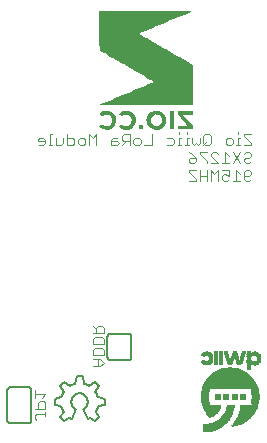
<source format=gbr>
G04 EAGLE Gerber RS-274X export*
G75*
%MOMM*%
%FSLAX34Y34*%
%LPD*%
%INSilkscreen Bottom*%
%IPPOS*%
%AMOC8*
5,1,8,0,0,1.08239X$1,22.5*%
G01*
%ADD10C,0.101600*%
%ADD11C,0.152400*%
%ADD12R,0.120000X0.020000*%
%ADD13R,0.340000X0.020000*%
%ADD14R,0.320000X0.020000*%
%ADD15R,0.140000X0.020000*%
%ADD16R,0.280000X0.020000*%
%ADD17R,0.360000X0.020000*%
%ADD18R,0.420000X0.020000*%
%ADD19R,0.380000X0.020000*%
%ADD20R,0.480000X0.020000*%
%ADD21R,0.540000X0.020000*%
%ADD22R,0.560000X0.020000*%
%ADD23R,0.400000X0.020000*%
%ADD24R,0.640000X0.020000*%
%ADD25R,0.620000X0.020000*%
%ADD26R,0.700000X0.020000*%
%ADD27R,0.660000X0.020000*%
%ADD28R,0.740000X0.020000*%
%ADD29R,1.080000X0.020000*%
%ADD30R,0.800000X0.020000*%
%ADD31R,1.100000X0.020000*%
%ADD32R,0.440000X0.020000*%
%ADD33R,0.840000X0.020000*%
%ADD34R,1.120000X0.020000*%
%ADD35R,0.460000X0.020000*%
%ADD36R,0.860000X0.020000*%
%ADD37R,0.900000X0.020000*%
%ADD38R,1.140000X0.020000*%
%ADD39R,0.920000X0.020000*%
%ADD40R,1.160000X0.020000*%
%ADD41R,0.960000X0.020000*%
%ADD42R,0.500000X0.020000*%
%ADD43R,0.520000X0.020000*%
%ADD44R,0.940000X0.020000*%
%ADD45R,0.260000X0.020000*%
%ADD46R,0.180000X0.020000*%
%ADD47R,0.580000X0.020000*%
%ADD48R,0.060000X0.020000*%
%ADD49R,0.600000X0.020000*%
%ADD50R,0.300000X0.020000*%
%ADD51R,0.040000X0.020000*%
%ADD52R,0.100000X0.020000*%
%ADD53R,0.160000X0.020000*%
%ADD54R,0.220000X0.020000*%
%ADD55R,0.980000X0.020000*%
%ADD56R,0.880000X0.020000*%
%ADD57R,0.760000X0.020000*%
%ADD58R,1.060000X0.020000*%
%ADD59R,0.720000X0.020000*%
%ADD60R,0.820000X0.020000*%
%ADD61R,1.180000X0.020000*%
%ADD62R,1.340000X0.020000*%
%ADD63R,1.460000X0.020000*%
%ADD64R,1.600000X0.020000*%
%ADD65R,1.700000X0.020000*%
%ADD66R,1.820000X0.020000*%
%ADD67R,1.900000X0.020000*%
%ADD68R,1.980000X0.020000*%
%ADD69R,2.100000X0.020000*%
%ADD70R,2.160000X0.020000*%
%ADD71R,2.260000X0.020000*%
%ADD72R,2.340000X0.020000*%
%ADD73R,2.400000X0.020000*%
%ADD74R,2.480000X0.020000*%
%ADD75R,2.540000X0.020000*%
%ADD76R,2.600000X0.020000*%
%ADD77R,2.680000X0.020000*%
%ADD78R,2.720000X0.020000*%
%ADD79R,2.800000X0.020000*%
%ADD80R,2.840000X0.020000*%
%ADD81R,2.900000X0.020000*%
%ADD82R,2.960000X0.020000*%
%ADD83R,3.000000X0.020000*%
%ADD84R,3.060000X0.020000*%
%ADD85R,3.120000X0.020000*%
%ADD86R,3.160000X0.020000*%
%ADD87R,3.200000X0.020000*%
%ADD88R,3.260000X0.020000*%
%ADD89R,3.300000X0.020000*%
%ADD90R,3.340000X0.020000*%
%ADD91R,3.380000X0.020000*%
%ADD92R,3.420000X0.020000*%
%ADD93R,3.460000X0.020000*%
%ADD94R,3.520000X0.020000*%
%ADD95R,3.540000X0.020000*%
%ADD96R,3.580000X0.020000*%
%ADD97R,3.620000X0.020000*%
%ADD98R,3.660000X0.020000*%
%ADD99R,3.700000X0.020000*%
%ADD100R,3.740000X0.020000*%
%ADD101R,3.780000X0.020000*%
%ADD102R,3.800000X0.020000*%
%ADD103R,3.840000X0.020000*%
%ADD104R,3.860000X0.020000*%
%ADD105R,3.900000X0.020000*%
%ADD106R,3.940000X0.020000*%
%ADD107R,3.960000X0.020000*%
%ADD108R,3.980000X0.020000*%
%ADD109R,4.020000X0.020000*%
%ADD110R,4.060000X0.020000*%
%ADD111R,4.080000X0.020000*%
%ADD112R,4.100000X0.020000*%
%ADD113R,4.120000X0.020000*%
%ADD114R,4.160000X0.020000*%
%ADD115R,4.180000X0.020000*%
%ADD116R,4.200000X0.020000*%
%ADD117R,4.240000X0.020000*%
%ADD118R,4.260000X0.020000*%
%ADD119R,4.280000X0.020000*%
%ADD120R,4.300000X0.020000*%
%ADD121R,4.320000X0.020000*%
%ADD122R,4.340000X0.020000*%
%ADD123R,4.380000X0.020000*%
%ADD124R,4.400000X0.020000*%
%ADD125R,4.440000X0.020000*%
%ADD126R,4.460000X0.020000*%
%ADD127R,4.500000X0.020000*%
%ADD128R,4.520000X0.020000*%
%ADD129R,4.540000X0.020000*%
%ADD130R,4.560000X0.020000*%
%ADD131R,4.580000X0.020000*%
%ADD132R,4.600000X0.020000*%
%ADD133R,4.620000X0.020000*%
%ADD134R,4.640000X0.020000*%
%ADD135R,4.660000X0.020000*%
%ADD136R,4.680000X0.020000*%
%ADD137R,4.700000X0.020000*%
%ADD138R,4.720000X0.020000*%
%ADD139R,4.740000X0.020000*%
%ADD140R,0.680000X0.020000*%
%ADD141R,1.480000X0.020000*%
%ADD142R,1.580000X0.020000*%
%ADD143R,1.560000X0.020000*%
%ADD144R,1.540000X0.020000*%
%ADD145R,1.520000X0.020000*%
%ADD146R,1.500000X0.020000*%
%ADD147R,1.440000X0.020000*%
%ADD148R,1.400000X0.020000*%
%ADD149R,1.420000X0.020000*%
%ADD150R,1.380000X0.020000*%
%ADD151R,1.360000X0.020000*%
%ADD152R,1.320000X0.020000*%
%ADD153R,1.300000X0.020000*%
%ADD154R,1.260000X0.020000*%
%ADD155R,1.220000X0.020000*%
%ADD156R,1.200000X0.020000*%
%ADD157R,1.040000X0.020000*%
%ADD158R,1.020000X0.020000*%
%ADD159R,1.000000X0.020000*%
%ADD160R,1.280000X0.020000*%
%ADD161R,0.780000X0.020000*%
%ADD162R,1.240000X0.020000*%
%ADD163R,0.020000X0.020000*%
%ADD164R,1.840000X0.020000*%
%ADD165R,1.800000X0.020000*%
%ADD166R,1.780000X0.020000*%
%ADD167R,1.760000X0.020000*%
%ADD168R,1.740000X0.020000*%
%ADD169R,1.680000X0.020000*%
%ADD170R,1.660000X0.020000*%
%ADD171R,1.620000X0.020000*%

G36*
X171893Y328824D02*
X171893Y328824D01*
X171892Y328824D01*
X171893Y328825D01*
X171890Y331215D01*
X171885Y333602D01*
X171882Y335991D01*
X171877Y338381D01*
X171874Y340768D01*
X171869Y343157D01*
X171866Y345544D01*
X171866Y345547D01*
X171861Y347934D01*
X171858Y350324D01*
X171856Y352711D01*
X171850Y355100D01*
X171848Y357487D01*
X171842Y359877D01*
X171840Y362264D01*
X171835Y362270D01*
X171834Y362274D01*
X169532Y363608D01*
X167230Y364941D01*
X164931Y366275D01*
X160328Y368942D01*
X158029Y370275D01*
X153426Y372942D01*
X151127Y374276D01*
X148825Y375609D01*
X146518Y376948D01*
X144212Y378284D01*
X141907Y379620D01*
X139600Y380959D01*
X137293Y382298D01*
X134989Y383634D01*
X132682Y384973D01*
X130378Y386312D01*
X128071Y387653D01*
X125790Y388986D01*
X128184Y390022D01*
X130609Y391051D01*
X133033Y392078D01*
X135460Y393102D01*
X137887Y394123D01*
X140314Y395145D01*
X142741Y396164D01*
X145170Y397185D01*
X147597Y398201D01*
X149904Y399169D01*
X152208Y400138D01*
X154515Y401103D01*
X156820Y402071D01*
X159127Y403037D01*
X161431Y404005D01*
X163738Y404973D01*
X166042Y405941D01*
X168349Y406909D01*
X170653Y407877D01*
X170654Y407877D01*
X171832Y408379D01*
X171835Y408384D01*
X171839Y408388D01*
X171838Y408390D01*
X171839Y408393D01*
X171832Y408396D01*
X171828Y408402D01*
X166526Y408402D01*
X163875Y408404D01*
X140018Y408404D01*
X137367Y408407D01*
X116165Y408407D01*
X113514Y408410D01*
X92308Y408410D01*
X92297Y408399D01*
X92297Y408398D01*
X92296Y408398D01*
X92299Y406005D01*
X92304Y403610D01*
X92307Y401218D01*
X92312Y398823D01*
X92315Y396431D01*
X92318Y394036D01*
X92323Y391641D01*
X92326Y389249D01*
X92331Y386854D01*
X92334Y384461D01*
X92339Y382066D01*
X92342Y379674D01*
X92347Y377279D01*
X92350Y374884D01*
X92355Y374878D01*
X92356Y374874D01*
X94652Y373546D01*
X96946Y372215D01*
X99242Y370887D01*
X101538Y369556D01*
X103832Y368225D01*
X106128Y366897D01*
X108422Y365566D01*
X110718Y364235D01*
X113014Y362907D01*
X115308Y361576D01*
X122213Y357576D01*
X124514Y356239D01*
X129118Y353572D01*
X131417Y352236D01*
X133718Y350903D01*
X136017Y349564D01*
X138296Y348237D01*
X135872Y347182D01*
X133416Y346140D01*
X130962Y345102D01*
X128506Y344065D01*
X126047Y343030D01*
X123588Y341995D01*
X121129Y340963D01*
X118670Y339931D01*
X116365Y338965D01*
X114058Y337997D01*
X111752Y337029D01*
X109445Y336064D01*
X107140Y335096D01*
X104833Y334127D01*
X102526Y333162D01*
X100222Y332194D01*
X97915Y331226D01*
X95611Y330258D01*
X93931Y329551D01*
X92250Y328844D01*
X92248Y328839D01*
X92243Y328835D01*
X92245Y328833D01*
X92244Y328830D01*
X92250Y328827D01*
X92255Y328821D01*
X97562Y328821D01*
X100216Y328818D01*
X134722Y328818D01*
X137375Y328816D01*
X169227Y328816D01*
X171881Y328813D01*
X171893Y328824D01*
G37*
G36*
X140678Y307672D02*
X140678Y307672D01*
X142067Y307741D01*
X142069Y307743D01*
X142070Y307742D01*
X144255Y308491D01*
X144256Y308493D01*
X144258Y308493D01*
X146157Y309802D01*
X146157Y309804D01*
X146159Y309804D01*
X147615Y311594D01*
X147615Y311596D01*
X147617Y311597D01*
X148489Y313731D01*
X148488Y313733D01*
X148490Y313734D01*
X148671Y315753D01*
X148670Y315754D01*
X148671Y315755D01*
X148442Y317766D01*
X148440Y317768D01*
X148441Y317770D01*
X147414Y320066D01*
X147412Y320067D01*
X147412Y320069D01*
X145756Y321963D01*
X145754Y321963D01*
X145753Y321965D01*
X144222Y322904D01*
X144221Y322904D01*
X144221Y322905D01*
X142551Y323574D01*
X142549Y323573D01*
X142548Y323575D01*
X140678Y323746D01*
X140364Y323775D01*
X140362Y323774D01*
X140361Y323775D01*
X138174Y323583D01*
X138173Y323581D01*
X138171Y323582D01*
X136293Y322817D01*
X136293Y322815D01*
X136291Y322816D01*
X134611Y321685D01*
X134610Y321683D01*
X134609Y321683D01*
X133184Y319994D01*
X133184Y319992D01*
X133182Y319991D01*
X132316Y317962D01*
X132316Y317960D01*
X132315Y317958D01*
X132051Y315764D01*
X132052Y315762D01*
X132051Y315761D01*
X132192Y313948D01*
X132194Y313946D01*
X132193Y313944D01*
X132817Y312238D01*
X132819Y312237D01*
X132818Y312235D01*
X134085Y310315D01*
X134087Y310314D01*
X134087Y310312D01*
X135847Y308835D01*
X135850Y308835D01*
X135850Y308833D01*
X137960Y307910D01*
X137962Y307911D01*
X137963Y307909D01*
X140006Y307637D01*
X140007Y307638D01*
X140008Y307637D01*
X140678Y307672D01*
G37*
G36*
X171893Y307920D02*
X171893Y307920D01*
X171892Y307920D01*
X171893Y307921D01*
X171888Y309228D01*
X171882Y310535D01*
X171879Y310539D01*
X171879Y310543D01*
X170453Y312196D01*
X167599Y315503D01*
X166172Y317157D01*
X163335Y320444D01*
X165371Y320457D01*
X167435Y320471D01*
X169497Y320484D01*
X171561Y320500D01*
X171573Y320511D01*
X171572Y320511D01*
X171573Y320512D01*
X171573Y323494D01*
X171562Y323506D01*
X171562Y323505D01*
X171561Y323506D01*
X158759Y323506D01*
X158748Y323495D01*
X158748Y323494D01*
X158747Y323494D01*
X158747Y320984D01*
X158751Y320980D01*
X158750Y320976D01*
X160188Y319307D01*
X161625Y317637D01*
X163060Y315965D01*
X164498Y314295D01*
X165933Y312626D01*
X167353Y310973D01*
X166716Y310965D01*
X166714Y310965D01*
X165757Y310953D01*
X165755Y310953D01*
X165237Y310947D01*
X164798Y310941D01*
X164796Y310941D01*
X163839Y310929D01*
X163837Y310929D01*
X163836Y310929D01*
X163096Y310920D01*
X162880Y310917D01*
X162878Y310917D01*
X161922Y310905D01*
X161920Y310905D01*
X160964Y310894D01*
X160962Y310894D01*
X160962Y310893D01*
X160954Y310893D01*
X160005Y310882D01*
X160003Y310882D01*
X159046Y310870D01*
X159044Y310870D01*
X158813Y310867D01*
X158801Y310856D01*
X158801Y310855D01*
X158771Y309388D01*
X158742Y307921D01*
X158752Y307909D01*
X158753Y307910D01*
X158754Y307909D01*
X171881Y307909D01*
X171893Y307920D01*
G37*
G36*
X116856Y307752D02*
X116856Y307752D01*
X116858Y307754D01*
X116860Y307753D01*
X119180Y308611D01*
X119181Y308614D01*
X119183Y308613D01*
X121125Y310144D01*
X121125Y310146D01*
X121127Y310147D01*
X122498Y312206D01*
X122498Y312208D01*
X122499Y312208D01*
X123062Y313883D01*
X123062Y313884D01*
X123061Y313885D01*
X123063Y313886D01*
X123191Y315655D01*
X123190Y315656D01*
X123191Y315656D01*
X123036Y317585D01*
X123034Y317586D01*
X123035Y317588D01*
X122350Y319393D01*
X122348Y319394D01*
X122349Y319396D01*
X121205Y321159D01*
X121202Y321159D01*
X121202Y321161D01*
X119605Y322524D01*
X119603Y322524D01*
X119602Y322526D01*
X117698Y323417D01*
X117696Y323416D01*
X117696Y323417D01*
X116357Y323743D01*
X116355Y323742D01*
X116354Y323743D01*
X116125Y323746D01*
X116123Y323746D01*
X115243Y323758D01*
X115241Y323758D01*
X114975Y323762D01*
X114975Y323761D01*
X114975Y323762D01*
X114823Y323758D01*
X114822Y323758D01*
X114320Y323746D01*
X114319Y323746D01*
X113817Y323734D01*
X113815Y323734D01*
X113625Y323730D01*
X113624Y323729D01*
X113623Y323729D01*
X112306Y323463D01*
X112305Y323462D01*
X112304Y323462D01*
X110826Y322873D01*
X110825Y322871D01*
X110824Y322872D01*
X109507Y321983D01*
X109506Y321980D01*
X109503Y321980D01*
X109023Y321214D01*
X109025Y321205D01*
X109024Y321200D01*
X110013Y320038D01*
X110014Y320037D01*
X111038Y318901D01*
X111044Y318900D01*
X111045Y318899D01*
X111050Y318899D01*
X111050Y318900D01*
X111054Y318899D01*
X111054Y318900D01*
X111645Y319334D01*
X113371Y320316D01*
X115332Y320577D01*
X116765Y320279D01*
X117991Y319482D01*
X119189Y317763D01*
X119598Y315709D01*
X119189Y313652D01*
X117991Y311936D01*
X116755Y311135D01*
X115308Y310838D01*
X113339Y311069D01*
X111621Y312076D01*
X110929Y312616D01*
X110913Y312615D01*
X109819Y311530D01*
X108729Y310442D01*
X108728Y310438D01*
X108728Y310437D01*
X108728Y310426D01*
X108729Y310426D01*
X108729Y310425D01*
X109233Y309908D01*
X109234Y309908D01*
X109234Y309907D01*
X110447Y308928D01*
X110449Y308928D01*
X110449Y308927D01*
X111814Y308172D01*
X111817Y308173D01*
X111818Y308171D01*
X114309Y307643D01*
X114310Y307644D01*
X114312Y307642D01*
X116856Y307752D01*
G37*
G36*
X99830Y307666D02*
X99830Y307666D01*
X99831Y307668D01*
X99833Y307667D01*
X102177Y308384D01*
X102178Y308386D01*
X102180Y308386D01*
X104261Y309815D01*
X104261Y309818D01*
X104263Y309818D01*
X105768Y311842D01*
X105767Y311845D01*
X105769Y311846D01*
X106572Y314241D01*
X106571Y314243D01*
X106573Y314244D01*
X106629Y316767D01*
X106627Y316769D01*
X106628Y316769D01*
X106627Y316769D01*
X106628Y316771D01*
X105922Y319195D01*
X105919Y319197D01*
X105920Y319199D01*
X104493Y321279D01*
X104491Y321279D01*
X104491Y321281D01*
X102586Y322791D01*
X102584Y322791D01*
X102583Y322793D01*
X100306Y323638D01*
X100303Y323637D01*
X100302Y323639D01*
X97875Y323796D01*
X97874Y323795D01*
X97872Y323796D01*
X95272Y323300D01*
X95270Y323298D01*
X95268Y323299D01*
X92969Y321989D01*
X92968Y321986D01*
X92966Y321986D01*
X92432Y321274D01*
X92433Y321262D01*
X92433Y321259D01*
X93449Y320064D01*
X94497Y318901D01*
X94513Y318899D01*
X95217Y319406D01*
X96601Y320234D01*
X98174Y320577D01*
X100121Y320327D01*
X101735Y319213D01*
X102903Y317012D01*
X102924Y314517D01*
X101804Y312290D01*
X100294Y311175D01*
X98448Y310816D01*
X96641Y311130D01*
X95062Y312078D01*
X94375Y312606D01*
X94359Y312605D01*
X93329Y311573D01*
X93329Y311572D01*
X92299Y310423D01*
X92299Y310407D01*
X92300Y310407D01*
X92300Y310406D01*
X94007Y308840D01*
X94010Y308840D01*
X94010Y308838D01*
X95837Y308006D01*
X95839Y308007D01*
X95840Y308005D01*
X97816Y307627D01*
X97818Y307628D01*
X97819Y307626D01*
X99830Y307666D01*
G37*
%LPC*%
G36*
X141229Y310943D02*
X141229Y310943D01*
X140851Y310955D01*
X140677Y310960D01*
X140441Y310968D01*
X140069Y310980D01*
X140068Y310980D01*
X139696Y310992D01*
X139324Y311003D01*
X139323Y311003D01*
X138952Y311015D01*
X138951Y311015D01*
X138934Y311016D01*
X136769Y312455D01*
X135792Y314456D01*
X135747Y316680D01*
X136641Y318715D01*
X138349Y320138D01*
X140365Y320604D01*
X140675Y320538D01*
X142392Y320168D01*
X144014Y318883D01*
X144978Y316709D01*
X144879Y314333D01*
X143714Y312264D01*
X141519Y310934D01*
X141229Y310943D01*
G37*
%LPD*%
G36*
X155360Y307920D02*
X155360Y307920D01*
X155359Y307920D01*
X155360Y307921D01*
X155360Y323494D01*
X155350Y323506D01*
X155349Y323505D01*
X155348Y323506D01*
X151934Y323506D01*
X151923Y323495D01*
X151923Y323494D01*
X151923Y307921D01*
X151933Y307909D01*
X151934Y307910D01*
X151934Y307909D01*
X155348Y307909D01*
X155360Y307920D01*
G37*
G36*
X129440Y307920D02*
X129440Y307920D01*
X129439Y307920D01*
X129440Y307921D01*
X129440Y311442D01*
X129429Y311453D01*
X129428Y311453D01*
X125801Y311453D01*
X125789Y311443D01*
X125789Y311442D01*
X125789Y307921D01*
X125799Y307909D01*
X125800Y307910D01*
X125801Y307909D01*
X129428Y307909D01*
X129440Y307920D01*
G37*
D10*
X220726Y303792D02*
X214625Y303792D01*
X214625Y302267D01*
X220726Y296165D01*
X220726Y294640D01*
X214625Y294640D01*
X211371Y300741D02*
X209846Y300741D01*
X209846Y294640D01*
X211371Y294640D02*
X208320Y294640D01*
X209846Y303792D02*
X209846Y305317D01*
X203609Y294640D02*
X200558Y294640D01*
X199033Y296165D01*
X199033Y299216D01*
X200558Y300741D01*
X203609Y300741D01*
X205134Y299216D01*
X205134Y296165D01*
X203609Y294640D01*
X186424Y296165D02*
X186424Y302267D01*
X184898Y303792D01*
X181848Y303792D01*
X180322Y302267D01*
X180322Y296165D01*
X181848Y294640D01*
X184898Y294640D01*
X186424Y296165D01*
X183373Y297691D02*
X180322Y294640D01*
X177068Y296165D02*
X177068Y300741D01*
X177068Y296165D02*
X175543Y294640D01*
X174018Y296165D01*
X172493Y294640D01*
X170967Y296165D01*
X170967Y300741D01*
X167713Y300741D02*
X166188Y300741D01*
X166188Y294640D01*
X167713Y294640D02*
X164663Y294640D01*
X166188Y303792D02*
X166188Y305317D01*
X161477Y300741D02*
X159951Y300741D01*
X159951Y294640D01*
X158426Y294640D02*
X161477Y294640D01*
X159951Y303792D02*
X159951Y305317D01*
X153714Y300741D02*
X149139Y300741D01*
X153714Y300741D02*
X155240Y299216D01*
X155240Y296165D01*
X153714Y294640D01*
X149139Y294640D01*
X136529Y294640D02*
X136529Y303792D01*
X136529Y294640D02*
X130428Y294640D01*
X125649Y294640D02*
X122598Y294640D01*
X121073Y296165D01*
X121073Y299216D01*
X122598Y300741D01*
X125649Y300741D01*
X127174Y299216D01*
X127174Y296165D01*
X125649Y294640D01*
X117819Y294640D02*
X117819Y303792D01*
X113243Y303792D01*
X111718Y302267D01*
X111718Y299216D01*
X113243Y297691D01*
X117819Y297691D01*
X114768Y297691D02*
X111718Y294640D01*
X106939Y300741D02*
X103888Y300741D01*
X102363Y299216D01*
X102363Y294640D01*
X106939Y294640D01*
X108464Y296165D01*
X106939Y297691D01*
X102363Y297691D01*
X89753Y294640D02*
X89753Y303792D01*
X86703Y300741D01*
X83652Y303792D01*
X83652Y294640D01*
X78873Y294640D02*
X75822Y294640D01*
X74297Y296165D01*
X74297Y299216D01*
X75822Y300741D01*
X78873Y300741D01*
X80398Y299216D01*
X80398Y296165D01*
X78873Y294640D01*
X64942Y294640D02*
X64942Y303792D01*
X64942Y294640D02*
X69518Y294640D01*
X71043Y296165D01*
X71043Y299216D01*
X69518Y300741D01*
X64942Y300741D01*
X61688Y300741D02*
X61688Y296165D01*
X60163Y294640D01*
X55587Y294640D01*
X55587Y300741D01*
X52333Y303792D02*
X50807Y303792D01*
X50807Y294640D01*
X49282Y294640D02*
X52333Y294640D01*
X44571Y294640D02*
X41520Y294640D01*
X44571Y294640D02*
X46096Y296165D01*
X46096Y299216D01*
X44571Y300741D01*
X41520Y300741D01*
X39995Y299216D01*
X39995Y297691D01*
X46096Y297691D01*
X214625Y287027D02*
X216150Y288552D01*
X219201Y288552D01*
X220726Y287027D01*
X220726Y285501D01*
X219201Y283976D01*
X216150Y283976D01*
X214625Y282451D01*
X214625Y280925D01*
X216150Y279400D01*
X219201Y279400D01*
X220726Y280925D01*
X211371Y288552D02*
X205270Y279400D01*
X211371Y279400D02*
X205270Y288552D01*
X202016Y285501D02*
X198965Y288552D01*
X198965Y279400D01*
X202016Y279400D02*
X195914Y279400D01*
X192660Y279400D02*
X186559Y279400D01*
X192660Y279400D02*
X186559Y285501D01*
X186559Y287027D01*
X188085Y288552D01*
X191135Y288552D01*
X192660Y287027D01*
X183305Y288552D02*
X177204Y288552D01*
X177204Y287027D01*
X183305Y280925D01*
X183305Y279400D01*
X170899Y287027D02*
X167849Y288552D01*
X170899Y287027D02*
X173950Y283976D01*
X173950Y280925D01*
X172425Y279400D01*
X169374Y279400D01*
X167849Y280925D01*
X167849Y282451D01*
X169374Y283976D01*
X173950Y283976D01*
X219201Y264160D02*
X220726Y265685D01*
X219201Y264160D02*
X216150Y264160D01*
X214625Y265685D01*
X214625Y271787D01*
X216150Y273312D01*
X219201Y273312D01*
X220726Y271787D01*
X220726Y270261D01*
X219201Y268736D01*
X214625Y268736D01*
X211371Y270261D02*
X208320Y273312D01*
X208320Y264160D01*
X205270Y264160D02*
X211371Y264160D01*
X202016Y273312D02*
X195914Y273312D01*
X202016Y273312D02*
X202016Y268736D01*
X198965Y270261D01*
X197440Y270261D01*
X195914Y268736D01*
X195914Y265685D01*
X197440Y264160D01*
X200490Y264160D01*
X202016Y265685D01*
X192660Y264160D02*
X192660Y273312D01*
X189610Y270261D01*
X186559Y273312D01*
X186559Y264160D01*
X183305Y264160D02*
X183305Y273312D01*
X183305Y268736D02*
X177204Y268736D01*
X177204Y273312D02*
X177204Y264160D01*
X173950Y273312D02*
X167849Y273312D01*
X167849Y271787D01*
X173950Y265685D01*
X173950Y264160D01*
X167849Y264160D01*
X37338Y63755D02*
X38863Y62230D01*
X37338Y63755D02*
X37338Y65281D01*
X38863Y66806D01*
X46490Y66806D01*
X46490Y65281D02*
X46490Y68331D01*
X46490Y71585D02*
X37338Y71585D01*
X46490Y71585D02*
X46490Y76161D01*
X44965Y77686D01*
X41914Y77686D01*
X40389Y76161D01*
X40389Y71585D01*
X43439Y80940D02*
X46490Y83991D01*
X37338Y83991D01*
X37338Y80940D02*
X37338Y87042D01*
X86614Y107442D02*
X92715Y107442D01*
X95766Y110493D01*
X92715Y113543D01*
X86614Y113543D01*
X91190Y113543D02*
X91190Y107442D01*
X95766Y116797D02*
X86614Y116797D01*
X86614Y121373D01*
X88139Y122898D01*
X94241Y122898D01*
X95766Y121373D01*
X95766Y116797D01*
X95766Y126152D02*
X86614Y126152D01*
X86614Y130728D01*
X88139Y132254D01*
X94241Y132254D01*
X95766Y130728D01*
X95766Y126152D01*
X95766Y135508D02*
X86614Y135508D01*
X95766Y135508D02*
X95766Y140083D01*
X94241Y141609D01*
X91190Y141609D01*
X89665Y140083D01*
X89665Y135508D01*
X89665Y138558D02*
X86614Y141609D01*
D11*
X14264Y87238D02*
X14264Y61838D01*
X34584Y87238D02*
X34582Y87338D01*
X34576Y87437D01*
X34566Y87537D01*
X34553Y87635D01*
X34535Y87734D01*
X34514Y87831D01*
X34489Y87927D01*
X34460Y88023D01*
X34427Y88117D01*
X34391Y88210D01*
X34351Y88301D01*
X34307Y88391D01*
X34260Y88479D01*
X34210Y88565D01*
X34156Y88649D01*
X34099Y88731D01*
X34039Y88810D01*
X33975Y88888D01*
X33909Y88962D01*
X33840Y89034D01*
X33768Y89103D01*
X33694Y89169D01*
X33616Y89233D01*
X33537Y89293D01*
X33455Y89350D01*
X33371Y89404D01*
X33285Y89454D01*
X33197Y89501D01*
X33107Y89545D01*
X33016Y89585D01*
X32923Y89621D01*
X32829Y89654D01*
X32733Y89683D01*
X32637Y89708D01*
X32540Y89729D01*
X32441Y89747D01*
X32343Y89760D01*
X32243Y89770D01*
X32144Y89776D01*
X32044Y89778D01*
X34584Y61838D02*
X34582Y61738D01*
X34576Y61639D01*
X34566Y61539D01*
X34553Y61441D01*
X34535Y61342D01*
X34514Y61245D01*
X34489Y61149D01*
X34460Y61053D01*
X34427Y60959D01*
X34391Y60866D01*
X34351Y60775D01*
X34307Y60685D01*
X34260Y60597D01*
X34210Y60511D01*
X34156Y60427D01*
X34099Y60345D01*
X34039Y60266D01*
X33975Y60188D01*
X33909Y60114D01*
X33840Y60042D01*
X33768Y59973D01*
X33694Y59907D01*
X33616Y59843D01*
X33537Y59783D01*
X33455Y59726D01*
X33371Y59672D01*
X33285Y59622D01*
X33197Y59575D01*
X33107Y59531D01*
X33016Y59491D01*
X32923Y59455D01*
X32829Y59422D01*
X32733Y59393D01*
X32637Y59368D01*
X32540Y59347D01*
X32441Y59329D01*
X32343Y59316D01*
X32243Y59306D01*
X32144Y59300D01*
X32044Y59298D01*
X16804Y59298D02*
X16704Y59300D01*
X16605Y59306D01*
X16505Y59316D01*
X16407Y59329D01*
X16308Y59347D01*
X16211Y59368D01*
X16115Y59393D01*
X16019Y59422D01*
X15925Y59455D01*
X15832Y59491D01*
X15741Y59531D01*
X15651Y59575D01*
X15563Y59622D01*
X15477Y59672D01*
X15393Y59726D01*
X15311Y59783D01*
X15232Y59843D01*
X15154Y59907D01*
X15080Y59973D01*
X15008Y60042D01*
X14939Y60114D01*
X14873Y60188D01*
X14809Y60266D01*
X14749Y60345D01*
X14692Y60427D01*
X14638Y60511D01*
X14588Y60597D01*
X14541Y60685D01*
X14497Y60775D01*
X14457Y60866D01*
X14421Y60959D01*
X14388Y61053D01*
X14359Y61149D01*
X14334Y61245D01*
X14313Y61342D01*
X14295Y61441D01*
X14282Y61539D01*
X14272Y61639D01*
X14266Y61738D01*
X14264Y61838D01*
X14264Y87238D02*
X14266Y87338D01*
X14272Y87437D01*
X14282Y87537D01*
X14295Y87635D01*
X14313Y87734D01*
X14334Y87831D01*
X14359Y87927D01*
X14388Y88023D01*
X14421Y88117D01*
X14457Y88210D01*
X14497Y88301D01*
X14541Y88391D01*
X14588Y88479D01*
X14638Y88565D01*
X14692Y88649D01*
X14749Y88731D01*
X14809Y88810D01*
X14873Y88888D01*
X14939Y88962D01*
X15008Y89034D01*
X15080Y89103D01*
X15154Y89169D01*
X15232Y89233D01*
X15311Y89293D01*
X15393Y89350D01*
X15477Y89404D01*
X15563Y89454D01*
X15651Y89501D01*
X15741Y89545D01*
X15832Y89585D01*
X15925Y89621D01*
X16019Y89654D01*
X16115Y89683D01*
X16211Y89708D01*
X16308Y89729D01*
X16407Y89747D01*
X16505Y89760D01*
X16605Y89770D01*
X16704Y89776D01*
X16804Y89778D01*
X32044Y89778D01*
X32044Y59298D02*
X16804Y59298D01*
X34584Y61838D02*
X34584Y87238D01*
D12*
X224208Y119052D03*
D13*
X218908Y119052D03*
X214708Y119052D03*
D14*
X206808Y119052D03*
X199208Y119052D03*
D13*
X195108Y119052D03*
X190908Y119052D03*
D15*
X183108Y119052D03*
D16*
X224208Y118852D03*
D17*
X218808Y118852D03*
X214608Y118852D03*
X206808Y118852D03*
D13*
X199108Y118852D03*
D17*
X195208Y118852D03*
X190808Y118852D03*
D14*
X183008Y118852D03*
D18*
X224308Y118652D03*
D17*
X218808Y118652D03*
X214608Y118652D03*
D19*
X206908Y118652D03*
D17*
X199208Y118652D03*
X195208Y118652D03*
X190808Y118652D03*
D20*
X183008Y118652D03*
X224208Y118452D03*
D17*
X218808Y118452D03*
X214608Y118452D03*
D19*
X206908Y118452D03*
D13*
X199308Y118452D03*
D17*
X195208Y118452D03*
X190808Y118452D03*
D21*
X183108Y118452D03*
D22*
X224208Y118252D03*
D17*
X218808Y118252D03*
X214408Y118252D03*
D23*
X206808Y118252D03*
D13*
X199308Y118252D03*
D17*
X195208Y118252D03*
X190808Y118252D03*
D24*
X183008Y118252D03*
D25*
X224308Y118052D03*
D17*
X218808Y118052D03*
X214408Y118052D03*
D23*
X206808Y118052D03*
D17*
X199408Y118052D03*
X195208Y118052D03*
X190808Y118052D03*
D26*
X183108Y118052D03*
D27*
X224308Y117852D03*
D19*
X218908Y117852D03*
D13*
X214308Y117852D03*
D18*
X206908Y117852D03*
D13*
X199508Y117852D03*
D17*
X195208Y117852D03*
X190808Y117852D03*
D28*
X183108Y117852D03*
D29*
X222408Y117652D03*
D17*
X214208Y117652D03*
D18*
X206908Y117652D03*
D13*
X199508Y117652D03*
D17*
X195208Y117652D03*
X190808Y117652D03*
D30*
X183008Y117652D03*
D31*
X222508Y117452D03*
D17*
X214208Y117452D03*
D32*
X206808Y117452D03*
D13*
X199508Y117452D03*
D17*
X195208Y117452D03*
X190808Y117452D03*
D33*
X183008Y117452D03*
D34*
X222608Y117252D03*
D13*
X214108Y117252D03*
D35*
X206908Y117252D03*
D13*
X199708Y117252D03*
D17*
X195208Y117252D03*
X190808Y117252D03*
D36*
X183108Y117252D03*
D34*
X222608Y117052D03*
D13*
X214108Y117052D03*
D35*
X206908Y117052D03*
D13*
X199708Y117052D03*
D17*
X195208Y117052D03*
X190808Y117052D03*
D37*
X183108Y117052D03*
D38*
X222708Y116852D03*
D17*
X214008Y116852D03*
D20*
X206808Y116852D03*
D14*
X199808Y116852D03*
D17*
X195208Y116852D03*
X190808Y116852D03*
D39*
X183008Y116852D03*
D40*
X222808Y116652D03*
D13*
X213908Y116652D03*
D20*
X206808Y116652D03*
D13*
X199908Y116652D03*
D17*
X195208Y116652D03*
X190808Y116652D03*
D41*
X183008Y116652D03*
D40*
X222808Y116452D03*
D13*
X213908Y116452D03*
D42*
X206908Y116452D03*
D13*
X199908Y116452D03*
D17*
X195208Y116452D03*
X190808Y116452D03*
D41*
X183208Y116452D03*
D40*
X222808Y116252D03*
D17*
X213808Y116252D03*
D43*
X206808Y116252D03*
D13*
X199908Y116252D03*
D17*
X195208Y116252D03*
X190808Y116252D03*
D44*
X183308Y116252D03*
D20*
X226408Y116052D03*
D21*
X219708Y116052D03*
D13*
X213708Y116052D03*
D43*
X206808Y116052D03*
D14*
X200008Y116052D03*
D17*
X195208Y116052D03*
X190808Y116052D03*
D20*
X185808Y116052D03*
D14*
X180608Y116052D03*
D35*
X226708Y115852D03*
D42*
X219508Y115852D03*
D13*
X213708Y115852D03*
D43*
X206808Y115852D03*
D13*
X200108Y115852D03*
D17*
X195208Y115852D03*
X190808Y115852D03*
D32*
X186008Y115852D03*
D45*
X180508Y115852D03*
D18*
X226908Y115652D03*
D35*
X219308Y115652D03*
D17*
X213608Y115652D03*
D21*
X206908Y115652D03*
D14*
X200208Y115652D03*
D17*
X195208Y115652D03*
X190808Y115652D03*
D18*
X186308Y115652D03*
D46*
X180508Y115652D03*
D23*
X227008Y115452D03*
D32*
X219208Y115452D03*
D13*
X213508Y115452D03*
D21*
X206908Y115452D03*
D14*
X200208Y115452D03*
D17*
X195208Y115452D03*
X190808Y115452D03*
D23*
X186408Y115452D03*
D12*
X180608Y115452D03*
D23*
X227008Y115252D03*
D18*
X219108Y115252D03*
D13*
X213508Y115252D03*
D47*
X206908Y115252D03*
D13*
X200308Y115252D03*
D17*
X195208Y115252D03*
X190808Y115252D03*
D19*
X186508Y115252D03*
D48*
X180708Y115252D03*
D19*
X227108Y115052D03*
D23*
X219008Y115052D03*
D14*
X213408Y115052D03*
D47*
X206908Y115052D03*
D14*
X200408Y115052D03*
D17*
X195208Y115052D03*
X190808Y115052D03*
X186608Y115052D03*
D19*
X227308Y114852D03*
D23*
X219008Y114852D03*
D13*
X213308Y114852D03*
D49*
X206808Y114852D03*
D14*
X200408Y114852D03*
D17*
X195208Y114852D03*
X190808Y114852D03*
D19*
X186708Y114852D03*
X227308Y114652D03*
D23*
X219008Y114652D03*
D13*
X213308Y114652D03*
D49*
X206808Y114652D03*
D14*
X200608Y114652D03*
D17*
X195208Y114652D03*
X190808Y114652D03*
D19*
X186708Y114652D03*
X227308Y114452D03*
X218908Y114452D03*
D14*
X213208Y114452D03*
D16*
X208408Y114452D03*
D50*
X205308Y114452D03*
D14*
X200608Y114452D03*
D17*
X195208Y114452D03*
X190808Y114452D03*
X186808Y114452D03*
X227408Y114252D03*
D19*
X218908Y114252D03*
D13*
X213108Y114252D03*
D16*
X208608Y114252D03*
D50*
X205308Y114252D03*
D14*
X200608Y114252D03*
D17*
X195208Y114252D03*
X190808Y114252D03*
X186808Y114252D03*
X227408Y114052D03*
D19*
X218908Y114052D03*
D13*
X213108Y114052D03*
D16*
X208608Y114052D03*
D50*
X205108Y114052D03*
X200708Y114052D03*
D17*
X195208Y114052D03*
X190808Y114052D03*
X186808Y114052D03*
X227408Y113852D03*
X218808Y113852D03*
D14*
X213008Y113852D03*
D50*
X208708Y113852D03*
X205108Y113852D03*
D14*
X200808Y113852D03*
D17*
X195208Y113852D03*
X190808Y113852D03*
X186808Y113852D03*
X227408Y113652D03*
X218808Y113652D03*
D13*
X212908Y113652D03*
D50*
X208708Y113652D03*
X205108Y113652D03*
D14*
X200808Y113652D03*
D17*
X195208Y113652D03*
X190808Y113652D03*
X186808Y113652D03*
X227408Y113452D03*
X218808Y113452D03*
D14*
X212808Y113452D03*
D16*
X208808Y113452D03*
X205008Y113452D03*
D50*
X200908Y113452D03*
D17*
X195208Y113452D03*
X190808Y113452D03*
X186808Y113452D03*
X227408Y113252D03*
X218808Y113252D03*
D14*
X212808Y113252D03*
D16*
X208808Y113252D03*
D50*
X204908Y113252D03*
D14*
X201008Y113252D03*
D17*
X195208Y113252D03*
X190808Y113252D03*
X186808Y113252D03*
X227408Y113052D03*
X218808Y113052D03*
D14*
X212808Y113052D03*
D16*
X209008Y113052D03*
D50*
X204908Y113052D03*
X201108Y113052D03*
D17*
X195208Y113052D03*
X190808Y113052D03*
X186808Y113052D03*
X227408Y112852D03*
D19*
X218908Y112852D03*
D13*
X212708Y112852D03*
D16*
X209008Y112852D03*
D50*
X204708Y112852D03*
X201108Y112852D03*
D17*
X195208Y112852D03*
X190808Y112852D03*
X186808Y112852D03*
X227408Y112652D03*
D19*
X218908Y112652D03*
D14*
X212608Y112652D03*
D16*
X209008Y112652D03*
D50*
X204708Y112652D03*
X201108Y112652D03*
D17*
X195208Y112652D03*
X190808Y112652D03*
X186808Y112652D03*
D19*
X227308Y112452D03*
X218908Y112452D03*
D14*
X212608Y112452D03*
D16*
X209008Y112452D03*
D50*
X204708Y112452D03*
D14*
X201208Y112452D03*
D17*
X195208Y112452D03*
X190808Y112452D03*
D19*
X186708Y112452D03*
X227308Y112252D03*
D23*
X219008Y112252D03*
D14*
X212408Y112252D03*
D16*
X209208Y112252D03*
D50*
X204708Y112252D03*
X201308Y112252D03*
D17*
X195208Y112252D03*
X190808Y112252D03*
D19*
X186708Y112252D03*
X227308Y112052D03*
D23*
X219008Y112052D03*
D25*
X210908Y112052D03*
X202908Y112052D03*
D17*
X195208Y112052D03*
X190808Y112052D03*
D19*
X186508Y112052D03*
D51*
X180608Y112052D03*
D19*
X227108Y111852D03*
D23*
X219008Y111852D03*
D25*
X210908Y111852D03*
D49*
X203008Y111852D03*
D17*
X195208Y111852D03*
X190808Y111852D03*
D19*
X186508Y111852D03*
D52*
X180508Y111852D03*
D23*
X227008Y111652D03*
D18*
X219108Y111652D03*
D47*
X210908Y111652D03*
X202908Y111652D03*
D17*
X195208Y111652D03*
X190808Y111652D03*
D23*
X186408Y111652D03*
D53*
X180408Y111652D03*
D23*
X227008Y111452D03*
D32*
X219208Y111452D03*
D47*
X210908Y111452D03*
X202908Y111452D03*
D17*
X195208Y111452D03*
X190808Y111452D03*
D18*
X186308Y111452D03*
D54*
X180308Y111452D03*
D18*
X226908Y111252D03*
D35*
X219308Y111252D03*
D47*
X210908Y111252D03*
D22*
X203008Y111252D03*
D17*
X195208Y111252D03*
X190808Y111252D03*
D32*
X186008Y111252D03*
D16*
X180408Y111252D03*
D32*
X226608Y111052D03*
D20*
X219408Y111052D03*
D21*
X210908Y111052D03*
D22*
X203008Y111052D03*
D17*
X195208Y111052D03*
X190808Y111052D03*
D41*
X183408Y111052D03*
D35*
X226508Y110852D03*
D43*
X219608Y110852D03*
D21*
X210908Y110852D03*
X202908Y110852D03*
D17*
X195208Y110852D03*
X190808Y110852D03*
D41*
X183208Y110852D03*
D43*
X226008Y110652D03*
D49*
X220008Y110652D03*
D43*
X210808Y110652D03*
X203008Y110652D03*
D17*
X195208Y110652D03*
X190808Y110652D03*
D55*
X183108Y110652D03*
D40*
X222808Y110452D03*
D42*
X210908Y110452D03*
D43*
X203008Y110452D03*
D17*
X195208Y110452D03*
X190808Y110452D03*
D44*
X183108Y110452D03*
D40*
X222808Y110252D03*
D42*
X210908Y110252D03*
D20*
X203008Y110252D03*
D17*
X195208Y110252D03*
X190808Y110252D03*
D39*
X183008Y110252D03*
D38*
X222708Y110052D03*
D20*
X210808Y110052D03*
X203008Y110052D03*
D17*
X195208Y110052D03*
X190808Y110052D03*
D56*
X183008Y110052D03*
D34*
X222608Y109852D03*
D20*
X210808Y109852D03*
X203008Y109852D03*
D17*
X195208Y109852D03*
X190808Y109852D03*
D33*
X183008Y109852D03*
D31*
X222508Y109652D03*
D35*
X210908Y109652D03*
D32*
X203008Y109652D03*
D17*
X195208Y109652D03*
X190808Y109652D03*
D30*
X183008Y109652D03*
D29*
X222408Y109452D03*
D32*
X210808Y109452D03*
X203008Y109452D03*
D17*
X195208Y109452D03*
X190808Y109452D03*
D57*
X183008Y109452D03*
D58*
X222308Y109252D03*
D18*
X210908Y109252D03*
D32*
X203008Y109252D03*
D17*
X195208Y109252D03*
X190808Y109252D03*
D59*
X183008Y109252D03*
D24*
X224208Y109052D03*
D19*
X218908Y109052D03*
D23*
X210808Y109052D03*
D18*
X203108Y109052D03*
D17*
X195208Y109052D03*
X190808Y109052D03*
D24*
X183008Y109052D03*
D49*
X224208Y108852D03*
D17*
X218808Y108852D03*
D23*
X210808Y108852D03*
X203008Y108852D03*
D17*
X195208Y108852D03*
X190808Y108852D03*
D49*
X183008Y108852D03*
D22*
X224208Y108652D03*
D17*
X218808Y108652D03*
D23*
X210808Y108652D03*
D19*
X203108Y108652D03*
D17*
X195208Y108652D03*
X190808Y108652D03*
D42*
X183108Y108652D03*
D20*
X224208Y108452D03*
D17*
X218808Y108452D03*
X210808Y108452D03*
D19*
X203108Y108452D03*
D17*
X195208Y108452D03*
X190808Y108452D03*
X183008Y108452D03*
D23*
X224208Y108252D03*
D17*
X218808Y108252D03*
X210808Y108252D03*
X203008Y108252D03*
D13*
X195108Y108252D03*
D17*
X190808Y108252D03*
D54*
X183108Y108252D03*
D16*
X224208Y108052D03*
D17*
X218808Y108052D03*
D52*
X224108Y107852D03*
D17*
X218808Y107852D03*
X218808Y107652D03*
X218808Y107452D03*
X218808Y107252D03*
X218808Y107052D03*
X218808Y106852D03*
X218808Y106652D03*
X218808Y106452D03*
X218808Y106252D03*
X218808Y106052D03*
X218808Y105852D03*
X218808Y105652D03*
D18*
X203108Y105652D03*
D17*
X218808Y105452D03*
D60*
X203108Y105452D03*
D17*
X218808Y105252D03*
D55*
X203108Y105252D03*
D17*
X218808Y105052D03*
D61*
X203108Y105052D03*
D17*
X218808Y104852D03*
D62*
X203108Y104852D03*
D17*
X218808Y104652D03*
D63*
X203108Y104652D03*
D17*
X218808Y104452D03*
D64*
X203008Y104452D03*
D13*
X218908Y104252D03*
D65*
X203108Y104252D03*
D66*
X203108Y104052D03*
D67*
X203108Y103852D03*
D68*
X203108Y103652D03*
D69*
X203108Y103452D03*
D70*
X203008Y103252D03*
D71*
X203108Y103052D03*
D72*
X203108Y102852D03*
D73*
X203008Y102652D03*
D74*
X203008Y102452D03*
D75*
X203108Y102252D03*
D76*
X203008Y102052D03*
D77*
X203008Y101852D03*
D78*
X203008Y101652D03*
D79*
X203008Y101452D03*
D80*
X203008Y101252D03*
D81*
X203108Y101052D03*
D82*
X203008Y100852D03*
D83*
X203008Y100652D03*
D84*
X203108Y100452D03*
D85*
X203008Y100252D03*
D86*
X203008Y100052D03*
D87*
X203008Y99852D03*
D88*
X203108Y99652D03*
D89*
X203108Y99452D03*
D90*
X203108Y99252D03*
D91*
X203108Y99052D03*
D92*
X203108Y98852D03*
D93*
X203108Y98652D03*
D94*
X203008Y98452D03*
D95*
X203108Y98252D03*
D96*
X203108Y98052D03*
D97*
X203108Y97852D03*
D98*
X203108Y97652D03*
D99*
X203108Y97452D03*
D100*
X203108Y97252D03*
D101*
X203108Y97052D03*
D102*
X203008Y96852D03*
D103*
X203008Y96652D03*
D104*
X203108Y96452D03*
D105*
X203108Y96252D03*
D106*
X203108Y96052D03*
D107*
X203008Y95852D03*
D108*
X203108Y95652D03*
D109*
X203108Y95452D03*
D110*
X203108Y95252D03*
D111*
X203008Y95052D03*
D112*
X203108Y94852D03*
D113*
X203008Y94652D03*
D114*
X203008Y94452D03*
D115*
X203108Y94252D03*
D116*
X203008Y94052D03*
D117*
X203008Y93852D03*
D118*
X203108Y93652D03*
D119*
X203008Y93452D03*
D120*
X203108Y93252D03*
D121*
X203008Y93052D03*
D122*
X203108Y92852D03*
D123*
X203108Y92652D03*
X203108Y92452D03*
D124*
X203008Y92252D03*
D125*
X203008Y92052D03*
D126*
X203108Y91852D03*
X203108Y91652D03*
D127*
X203108Y91452D03*
D128*
X203008Y91252D03*
X203008Y91052D03*
D129*
X203108Y90852D03*
D130*
X203008Y90652D03*
D131*
X203108Y90452D03*
D132*
X203008Y90252D03*
X203008Y90052D03*
D133*
X203108Y89852D03*
D134*
X203008Y89652D03*
D135*
X203108Y89452D03*
X203108Y89252D03*
D136*
X203008Y89052D03*
D137*
X203108Y88852D03*
D138*
X203008Y88652D03*
X203008Y88452D03*
D139*
X203108Y88252D03*
X203108Y88052D03*
D49*
X223808Y87852D03*
D24*
X182408Y87852D03*
D49*
X224008Y87652D03*
D25*
X182308Y87652D03*
D47*
X224108Y87452D03*
D25*
X182308Y87452D03*
D47*
X224108Y87252D03*
D25*
X182308Y87252D03*
D47*
X224108Y87052D03*
D24*
X182208Y87052D03*
D49*
X224208Y86852D03*
D24*
X182208Y86852D03*
D49*
X224208Y86652D03*
D24*
X182208Y86652D03*
D49*
X224208Y86452D03*
D27*
X182108Y86452D03*
D49*
X224208Y86252D03*
D27*
X182108Y86252D03*
D25*
X224308Y86052D03*
D27*
X182108Y86052D03*
D25*
X224308Y85852D03*
D27*
X182108Y85852D03*
D25*
X224308Y85652D03*
D27*
X182108Y85652D03*
D25*
X224308Y85452D03*
D27*
X182108Y85452D03*
D25*
X224308Y85252D03*
D140*
X182008Y85252D03*
D24*
X224408Y85052D03*
D140*
X182008Y85052D03*
D24*
X224408Y84852D03*
D140*
X182008Y84852D03*
D24*
X224408Y84652D03*
D140*
X182008Y84652D03*
D24*
X224408Y84452D03*
D140*
X182008Y84452D03*
D24*
X224408Y84252D03*
D26*
X181908Y84252D03*
D24*
X224408Y84052D03*
D26*
X181908Y84052D03*
D24*
X224408Y83852D03*
D26*
X181908Y83852D03*
D24*
X224408Y83652D03*
D26*
X181908Y83652D03*
D24*
X224408Y83452D03*
D26*
X181908Y83452D03*
D24*
X224408Y83252D03*
D26*
X181908Y83252D03*
D27*
X224508Y83052D03*
D35*
X214108Y83052D03*
D20*
X207008Y83052D03*
X199808Y83052D03*
D35*
X192708Y83052D03*
D26*
X181908Y83052D03*
D27*
X224508Y82852D03*
D20*
X214208Y82852D03*
X207008Y82852D03*
D42*
X199708Y82852D03*
D20*
X192608Y82852D03*
D26*
X181908Y82852D03*
D27*
X224508Y82652D03*
D20*
X214208Y82652D03*
X207008Y82652D03*
D42*
X199708Y82652D03*
D20*
X192608Y82652D03*
D26*
X181908Y82652D03*
D27*
X224508Y82452D03*
D20*
X214208Y82452D03*
X207008Y82452D03*
D42*
X199708Y82452D03*
D20*
X192608Y82452D03*
D26*
X181908Y82452D03*
D27*
X224508Y82252D03*
D20*
X214208Y82252D03*
X207008Y82252D03*
D42*
X199708Y82252D03*
D20*
X192608Y82252D03*
D26*
X181908Y82252D03*
D27*
X224508Y82052D03*
D20*
X214208Y82052D03*
X207008Y82052D03*
D42*
X199708Y82052D03*
D20*
X192608Y82052D03*
D26*
X181908Y82052D03*
D27*
X224508Y81852D03*
D20*
X214208Y81852D03*
X207008Y81852D03*
D42*
X199708Y81852D03*
D20*
X192608Y81852D03*
D26*
X181908Y81852D03*
D27*
X224508Y81652D03*
D20*
X214208Y81652D03*
X207008Y81652D03*
D42*
X199708Y81652D03*
D20*
X192608Y81652D03*
D59*
X181808Y81652D03*
D27*
X224508Y81452D03*
D20*
X214208Y81452D03*
X207008Y81452D03*
D42*
X199708Y81452D03*
D20*
X192608Y81452D03*
D59*
X181808Y81452D03*
D27*
X224508Y81252D03*
D20*
X214208Y81252D03*
X207008Y81252D03*
D42*
X199708Y81252D03*
D20*
X192608Y81252D03*
D59*
X181808Y81252D03*
D27*
X224508Y81052D03*
D20*
X214208Y81052D03*
X207008Y81052D03*
D42*
X199708Y81052D03*
D20*
X192608Y81052D03*
D59*
X181808Y81052D03*
D27*
X224508Y80852D03*
D20*
X214208Y80852D03*
X207008Y80852D03*
D42*
X199708Y80852D03*
D20*
X192608Y80852D03*
D59*
X181808Y80852D03*
D27*
X224508Y80652D03*
D20*
X214208Y80652D03*
X207008Y80652D03*
D42*
X199708Y80652D03*
D20*
X192608Y80652D03*
D59*
X181808Y80652D03*
D27*
X224508Y80452D03*
D20*
X214208Y80452D03*
X207008Y80452D03*
D42*
X199708Y80452D03*
D20*
X192608Y80452D03*
D59*
X181808Y80452D03*
D27*
X224508Y80252D03*
D20*
X214208Y80252D03*
X207008Y80252D03*
D42*
X199708Y80252D03*
D20*
X192608Y80252D03*
D59*
X181808Y80252D03*
D27*
X224508Y80052D03*
D20*
X214208Y80052D03*
X207008Y80052D03*
D42*
X199708Y80052D03*
D20*
X192608Y80052D03*
D26*
X181908Y80052D03*
D27*
X224508Y79852D03*
D20*
X214208Y79852D03*
X207008Y79852D03*
D42*
X199708Y79852D03*
D20*
X192608Y79852D03*
D26*
X181908Y79852D03*
D27*
X224508Y79652D03*
D20*
X214208Y79652D03*
X207008Y79652D03*
D42*
X199708Y79652D03*
D20*
X192608Y79652D03*
D26*
X181908Y79652D03*
D27*
X224508Y79452D03*
D20*
X214208Y79452D03*
X207008Y79452D03*
D42*
X199708Y79452D03*
D20*
X192608Y79452D03*
D26*
X181908Y79452D03*
D27*
X224508Y79252D03*
D20*
X214208Y79252D03*
X207008Y79252D03*
D42*
X199708Y79252D03*
D20*
X192608Y79252D03*
D26*
X181908Y79252D03*
D27*
X224508Y79052D03*
D20*
X214208Y79052D03*
X207008Y79052D03*
D42*
X199708Y79052D03*
D20*
X192608Y79052D03*
D26*
X181908Y79052D03*
D27*
X224508Y78852D03*
D20*
X214208Y78852D03*
X207008Y78852D03*
D42*
X199708Y78852D03*
D20*
X192608Y78852D03*
D26*
X181908Y78852D03*
D24*
X224408Y78652D03*
D20*
X214208Y78652D03*
X207008Y78652D03*
D42*
X199708Y78652D03*
D20*
X192608Y78652D03*
D26*
X181908Y78652D03*
D24*
X224408Y78452D03*
D35*
X214108Y78452D03*
D20*
X207008Y78452D03*
X199808Y78452D03*
D35*
X192708Y78452D03*
D26*
X181908Y78452D03*
D24*
X224408Y78252D03*
D26*
X181908Y78252D03*
D24*
X224408Y78052D03*
D26*
X181908Y78052D03*
D24*
X224408Y77852D03*
D26*
X181908Y77852D03*
D24*
X224408Y77652D03*
D26*
X181908Y77652D03*
D24*
X224408Y77452D03*
D26*
X181908Y77452D03*
D24*
X224408Y77252D03*
D140*
X182008Y77252D03*
D24*
X224408Y77052D03*
D140*
X182008Y77052D03*
D24*
X224408Y76852D03*
D140*
X182008Y76852D03*
D25*
X224308Y76652D03*
D140*
X182008Y76652D03*
D25*
X224308Y76452D03*
D27*
X182108Y76452D03*
D25*
X224308Y76252D03*
D27*
X182108Y76252D03*
D25*
X224308Y76052D03*
D27*
X182108Y76052D03*
D25*
X224308Y75852D03*
D27*
X182108Y75852D03*
D49*
X224208Y75652D03*
D27*
X182108Y75652D03*
D49*
X224208Y75452D03*
D27*
X182108Y75452D03*
D49*
X224208Y75252D03*
D24*
X182208Y75252D03*
D49*
X224208Y75052D03*
D24*
X182208Y75052D03*
D47*
X224108Y74852D03*
D24*
X182208Y74852D03*
D47*
X224108Y74652D03*
D24*
X182208Y74652D03*
D47*
X224108Y74452D03*
D25*
X182308Y74452D03*
D47*
X224108Y74252D03*
D25*
X182308Y74252D03*
D22*
X224008Y74052D03*
D25*
X182308Y74052D03*
D22*
X224008Y73852D03*
D49*
X182408Y73852D03*
D47*
X223908Y73652D03*
D25*
X182508Y73652D03*
D141*
X219208Y73452D03*
D27*
X203508Y73452D03*
D142*
X187308Y73452D03*
D141*
X219208Y73252D03*
D27*
X203508Y73252D03*
D142*
X187308Y73252D03*
D141*
X219208Y73052D03*
D27*
X203508Y73052D03*
D143*
X187408Y73052D03*
D141*
X219208Y72852D03*
D140*
X203408Y72852D03*
D144*
X187308Y72852D03*
D63*
X219108Y72652D03*
D140*
X203408Y72652D03*
D145*
X187408Y72652D03*
D141*
X219008Y72452D03*
D140*
X203408Y72452D03*
D145*
X187408Y72452D03*
D63*
X218908Y72252D03*
D140*
X203408Y72252D03*
D145*
X187408Y72252D03*
D63*
X218908Y72052D03*
D26*
X203308Y72052D03*
D146*
X187308Y72052D03*
D63*
X218908Y71852D03*
D140*
X203208Y71852D03*
D141*
X187408Y71852D03*
D147*
X218808Y71652D03*
D140*
X203208Y71652D03*
D63*
X187308Y71652D03*
D147*
X218808Y71452D03*
D140*
X203208Y71452D03*
D147*
X187408Y71452D03*
X218608Y71252D03*
D26*
X203108Y71252D03*
D147*
X187408Y71252D03*
X218608Y71052D03*
D26*
X203108Y71052D03*
D148*
X187408Y71052D03*
D149*
X218508Y70852D03*
D140*
X203008Y70852D03*
D148*
X187408Y70852D03*
D149*
X218508Y70652D03*
D26*
X202908Y70652D03*
D150*
X187308Y70652D03*
D149*
X218508Y70452D03*
D26*
X202908Y70452D03*
D151*
X187408Y70452D03*
D148*
X218408Y70252D03*
D26*
X202908Y70252D03*
D152*
X187408Y70252D03*
D149*
X218308Y70052D03*
D26*
X202708Y70052D03*
D152*
X187408Y70052D03*
D148*
X218208Y69852D03*
D26*
X202708Y69852D03*
D153*
X187308Y69852D03*
D148*
X218208Y69652D03*
D26*
X202708Y69652D03*
D154*
X187308Y69652D03*
D150*
X218108Y69452D03*
D59*
X202608Y69452D03*
D154*
X187308Y69452D03*
D148*
X218008Y69252D03*
D26*
X202508Y69252D03*
D155*
X187308Y69252D03*
D150*
X217908Y69052D03*
D59*
X202408Y69052D03*
D156*
X187408Y69052D03*
D151*
X217808Y68852D03*
D59*
X202408Y68852D03*
D61*
X187308Y68852D03*
D151*
X217808Y68652D03*
D59*
X202208Y68652D03*
D38*
X187308Y68652D03*
D151*
X217608Y68452D03*
D59*
X202208Y68452D03*
D38*
X187308Y68452D03*
D151*
X217608Y68252D03*
D28*
X202108Y68252D03*
D31*
X187308Y68252D03*
D62*
X217508Y68052D03*
D59*
X202008Y68052D03*
D29*
X187208Y68052D03*
D152*
X217408Y67852D03*
D28*
X201908Y67852D03*
D157*
X187208Y67852D03*
D62*
X217308Y67652D03*
D28*
X201908Y67652D03*
D158*
X187308Y67652D03*
D152*
X217208Y67452D03*
D28*
X201708Y67452D03*
D159*
X187208Y67452D03*
D62*
X217108Y67252D03*
D28*
X201708Y67252D03*
D41*
X187208Y67252D03*
D152*
X217008Y67052D03*
D28*
X201508Y67052D03*
D39*
X187208Y67052D03*
D153*
X216908Y66852D03*
D57*
X201408Y66852D03*
D37*
X187108Y66852D03*
D153*
X216908Y66652D03*
D57*
X201408Y66652D03*
D36*
X187108Y66652D03*
D153*
X216708Y66452D03*
D57*
X201208Y66452D03*
D60*
X187108Y66452D03*
D160*
X216608Y66252D03*
D57*
X201208Y66252D03*
D30*
X187008Y66252D03*
D160*
X216408Y66052D03*
D57*
X201008Y66052D03*
X187008Y66052D03*
D160*
X216408Y65852D03*
D161*
X200908Y65852D03*
D26*
X186908Y65852D03*
D154*
X216308Y65652D03*
D161*
X200708Y65652D03*
D27*
X186908Y65652D03*
D154*
X216108Y65452D03*
D161*
X200708Y65452D03*
D24*
X186808Y65452D03*
D154*
X216108Y65252D03*
D161*
X200508Y65252D03*
D49*
X186808Y65252D03*
D155*
X215908Y65052D03*
D30*
X200408Y65052D03*
D21*
X186708Y65052D03*
D162*
X215808Y64852D03*
D30*
X200208Y64852D03*
D20*
X186608Y64852D03*
D155*
X215708Y64652D03*
D30*
X200208Y64652D03*
D32*
X186608Y64652D03*
D155*
X215508Y64452D03*
D30*
X200008Y64452D03*
D19*
X186508Y64452D03*
D156*
X215408Y64252D03*
D60*
X199908Y64252D03*
D14*
X186408Y64252D03*
D156*
X215208Y64052D03*
D60*
X199708Y64052D03*
D16*
X186208Y64052D03*
D61*
X215108Y63852D03*
D33*
X199608Y63852D03*
D54*
X186108Y63852D03*
D61*
X214908Y63652D03*
D33*
X199408Y63652D03*
D15*
X185908Y63652D03*
D40*
X214808Y63452D03*
D33*
X199208Y63452D03*
D163*
X185908Y63452D03*
D40*
X214608Y63252D03*
D36*
X199108Y63252D03*
D38*
X214508Y63052D03*
D36*
X198908Y63052D03*
D38*
X214308Y62852D03*
D56*
X198808Y62852D03*
D34*
X214208Y62652D03*
D56*
X198608Y62652D03*
D34*
X214008Y62452D03*
D56*
X198408Y62452D03*
D31*
X213908Y62252D03*
D56*
X198208Y62252D03*
D31*
X213708Y62052D03*
D39*
X198008Y62052D03*
D29*
X213608Y61852D03*
D39*
X197808Y61852D03*
D29*
X213408Y61652D03*
D39*
X197608Y61652D03*
D157*
X213208Y61452D03*
D41*
X197408Y61452D03*
D157*
X213008Y61252D03*
D41*
X197208Y61252D03*
D157*
X212808Y61052D03*
D41*
X197008Y61052D03*
D159*
X212608Y60852D03*
D55*
X196708Y60852D03*
D159*
X212408Y60652D03*
D158*
X196508Y60652D03*
D41*
X212208Y60452D03*
D158*
X196308Y60452D03*
D41*
X212008Y60252D03*
D157*
X196008Y60252D03*
D44*
X211708Y60052D03*
D58*
X195708Y60052D03*
D44*
X211508Y59852D03*
D29*
X195408Y59852D03*
D37*
X211308Y59652D03*
D31*
X195108Y59652D03*
D56*
X211008Y59452D03*
D34*
X194808Y59452D03*
D36*
X210908Y59252D03*
D40*
X194408Y59252D03*
D33*
X210608Y59052D03*
D61*
X194108Y59052D03*
D60*
X210308Y58852D03*
D162*
X193608Y58852D03*
D30*
X210008Y58652D03*
D160*
X193208Y58652D03*
D57*
X209808Y58452D03*
D62*
X192708Y58452D03*
D28*
X209508Y58252D03*
D149*
X192108Y58252D03*
D59*
X209208Y58052D03*
D144*
X191308Y58052D03*
D48*
X182308Y58052D03*
D140*
X208808Y57852D03*
D164*
X189608Y57852D03*
D27*
X208508Y57652D03*
D66*
X189508Y57652D03*
D47*
X208108Y57452D03*
D165*
X189408Y57452D03*
D21*
X207708Y57252D03*
D166*
X189308Y57252D03*
D42*
X207308Y57052D03*
D167*
X189208Y57052D03*
D32*
X206808Y56852D03*
D168*
X189108Y56852D03*
D23*
X206408Y56652D03*
D65*
X188908Y56652D03*
D50*
X205708Y56452D03*
D169*
X188808Y56452D03*
D12*
X205008Y56252D03*
D170*
X188708Y56252D03*
D171*
X188508Y56052D03*
D64*
X188408Y55852D03*
D143*
X188208Y55652D03*
D144*
X188108Y55452D03*
D145*
X188008Y55252D03*
D141*
X187808Y55052D03*
D147*
X187608Y54852D03*
D149*
X187508Y54652D03*
D150*
X187308Y54452D03*
D62*
X187108Y54252D03*
D153*
X186908Y54052D03*
D154*
X186708Y53852D03*
D155*
X186508Y53652D03*
D61*
X186308Y53452D03*
D34*
X186008Y53252D03*
D29*
X185808Y53052D03*
D158*
X185508Y52852D03*
D55*
X185308Y52652D03*
D37*
X184908Y52452D03*
D33*
X184608Y52252D03*
D161*
X184308Y52052D03*
D140*
X183808Y51852D03*
D49*
X183408Y51652D03*
D32*
X182608Y51452D03*
D11*
X82296Y62738D02*
X78486Y71374D01*
X82296Y62738D02*
X84074Y63754D01*
X88646Y60706D01*
X92202Y64262D01*
X89154Y68834D01*
X91186Y73914D02*
X96774Y74930D01*
X96774Y80010D01*
X90932Y81026D01*
X88900Y85852D02*
X92202Y90678D01*
X88646Y94234D01*
X83820Y90932D01*
X79248Y92710D02*
X77978Y98806D01*
X73152Y98806D01*
X71882Y92710D01*
X67310Y90932D02*
X62230Y94234D01*
X58674Y90678D01*
X62230Y85852D01*
X59944Y81026D02*
X54356Y80010D01*
X54356Y74930D01*
X59944Y73914D01*
X61976Y68834D02*
X58674Y64262D01*
X62230Y60706D01*
X66802Y63754D01*
X68834Y62738D01*
X72390Y71374D01*
X72238Y71451D01*
X72089Y71531D01*
X71941Y71615D01*
X71795Y71703D01*
X71652Y71794D01*
X71511Y71889D01*
X71372Y71987D01*
X71235Y72088D01*
X71101Y72193D01*
X70970Y72301D01*
X70842Y72412D01*
X70716Y72526D01*
X70593Y72644D01*
X70473Y72764D01*
X70356Y72887D01*
X70242Y73013D01*
X70131Y73142D01*
X70023Y73274D01*
X69919Y73408D01*
X69818Y73544D01*
X69720Y73683D01*
X69626Y73825D01*
X69535Y73969D01*
X69448Y74114D01*
X69364Y74262D01*
X69284Y74412D01*
X69208Y74564D01*
X69135Y74718D01*
X69067Y74874D01*
X69002Y75031D01*
X68941Y75189D01*
X68884Y75349D01*
X68831Y75511D01*
X68781Y75674D01*
X68736Y75837D01*
X68695Y76002D01*
X68658Y76168D01*
X68625Y76335D01*
X68596Y76502D01*
X68571Y76671D01*
X68551Y76839D01*
X68534Y77008D01*
X68522Y77178D01*
X68513Y77348D01*
X68509Y77518D01*
X68510Y77688D01*
X68514Y77858D01*
X68522Y78027D01*
X68535Y78197D01*
X68552Y78366D01*
X68573Y78535D01*
X68598Y78703D01*
X68627Y78870D01*
X68660Y79037D01*
X68698Y79203D01*
X68739Y79368D01*
X68784Y79531D01*
X68834Y79694D01*
X68887Y79855D01*
X68945Y80015D01*
X69006Y80174D01*
X69071Y80331D01*
X69140Y80486D01*
X69213Y80640D01*
X69289Y80792D01*
X69370Y80941D01*
X69453Y81089D01*
X69541Y81235D01*
X69632Y81379D01*
X69726Y81520D01*
X69824Y81659D01*
X69926Y81795D01*
X70030Y81929D01*
X70138Y82061D01*
X70249Y82189D01*
X70363Y82315D01*
X70481Y82438D01*
X70601Y82558D01*
X70724Y82675D01*
X70850Y82789D01*
X70979Y82900D01*
X71110Y83008D01*
X71244Y83113D01*
X71381Y83214D01*
X71520Y83312D01*
X71661Y83406D01*
X71805Y83497D01*
X71951Y83584D01*
X72099Y83668D01*
X72248Y83748D01*
X72400Y83825D01*
X72554Y83897D01*
X72709Y83966D01*
X72866Y84031D01*
X73025Y84092D01*
X73185Y84150D01*
X73346Y84203D01*
X73509Y84252D01*
X73673Y84297D01*
X73838Y84339D01*
X74004Y84376D01*
X74170Y84409D01*
X74338Y84438D01*
X74506Y84463D01*
X74675Y84484D01*
X74844Y84500D01*
X75013Y84513D01*
X75183Y84521D01*
X75353Y84525D01*
X75523Y84525D01*
X75693Y84521D01*
X75863Y84513D01*
X76032Y84500D01*
X76201Y84484D01*
X76370Y84463D01*
X76538Y84438D01*
X76706Y84409D01*
X76872Y84376D01*
X77038Y84339D01*
X77203Y84297D01*
X77367Y84252D01*
X77530Y84203D01*
X77691Y84150D01*
X77851Y84092D01*
X78010Y84031D01*
X78167Y83966D01*
X78322Y83897D01*
X78476Y83825D01*
X78628Y83748D01*
X78777Y83668D01*
X78925Y83584D01*
X79071Y83497D01*
X79215Y83406D01*
X79356Y83312D01*
X79495Y83214D01*
X79632Y83113D01*
X79766Y83008D01*
X79897Y82900D01*
X80026Y82789D01*
X80152Y82675D01*
X80275Y82558D01*
X80395Y82438D01*
X80513Y82315D01*
X80627Y82189D01*
X80738Y82061D01*
X80846Y81929D01*
X80950Y81795D01*
X81052Y81659D01*
X81150Y81520D01*
X81244Y81379D01*
X81335Y81235D01*
X81423Y81089D01*
X81506Y80941D01*
X81587Y80792D01*
X81663Y80640D01*
X81736Y80486D01*
X81805Y80331D01*
X81870Y80174D01*
X81931Y80015D01*
X81989Y79855D01*
X82042Y79694D01*
X82092Y79531D01*
X82137Y79368D01*
X82178Y79203D01*
X82216Y79037D01*
X82249Y78870D01*
X82278Y78703D01*
X82303Y78535D01*
X82324Y78366D01*
X82341Y78197D01*
X82354Y78027D01*
X82362Y77858D01*
X82366Y77688D01*
X82367Y77518D01*
X82363Y77348D01*
X82354Y77178D01*
X82342Y77008D01*
X82325Y76839D01*
X82305Y76671D01*
X82280Y76502D01*
X82251Y76335D01*
X82218Y76168D01*
X82181Y76002D01*
X82140Y75837D01*
X82095Y75674D01*
X82045Y75511D01*
X81992Y75349D01*
X81935Y75189D01*
X81874Y75031D01*
X81809Y74874D01*
X81741Y74718D01*
X81668Y74564D01*
X81592Y74412D01*
X81512Y74262D01*
X81428Y74114D01*
X81341Y73969D01*
X81250Y73825D01*
X81156Y73683D01*
X81058Y73544D01*
X80957Y73408D01*
X80853Y73274D01*
X80745Y73142D01*
X80634Y73013D01*
X80520Y72887D01*
X80403Y72764D01*
X80283Y72644D01*
X80160Y72526D01*
X80034Y72412D01*
X79906Y72301D01*
X79775Y72193D01*
X79641Y72088D01*
X79504Y71987D01*
X79365Y71889D01*
X79224Y71794D01*
X79081Y71703D01*
X78935Y71615D01*
X78787Y71531D01*
X78638Y71451D01*
X78486Y71374D01*
X89093Y68956D02*
X89285Y69258D01*
X89470Y69563D01*
X89649Y69873D01*
X89820Y70187D01*
X89984Y70505D01*
X90140Y70826D01*
X90289Y71151D01*
X90431Y71479D01*
X90565Y71810D01*
X90691Y72145D01*
X90810Y72482D01*
X90921Y72821D01*
X91024Y73164D01*
X91120Y73508D01*
X90978Y81082D02*
X90883Y81442D01*
X90780Y81800D01*
X90669Y82156D01*
X90549Y82508D01*
X90422Y82858D01*
X90286Y83205D01*
X90142Y83549D01*
X89990Y83889D01*
X89830Y84225D01*
X89662Y84558D01*
X89487Y84887D01*
X89303Y85211D01*
X89113Y85531D01*
X88915Y85847D01*
X83759Y90825D02*
X83436Y91013D01*
X83109Y91192D01*
X82778Y91364D01*
X82443Y91528D01*
X82104Y91685D01*
X81761Y91833D01*
X81415Y91973D01*
X81066Y92105D01*
X80713Y92229D01*
X80358Y92344D01*
X80001Y92451D01*
X79641Y92549D01*
X79278Y92639D01*
X71882Y92746D02*
X71514Y92658D01*
X71148Y92560D01*
X70785Y92455D01*
X70424Y92340D01*
X70067Y92217D01*
X69712Y92085D01*
X69360Y91945D01*
X69012Y91797D01*
X68668Y91640D01*
X68327Y91475D01*
X67990Y91302D01*
X67658Y91121D01*
X67330Y90932D01*
X62103Y85811D02*
X61906Y85520D01*
X61716Y85224D01*
X61533Y84924D01*
X61356Y84619D01*
X61187Y84311D01*
X61025Y83999D01*
X60870Y83683D01*
X60722Y83364D01*
X60582Y83042D01*
X60449Y82716D01*
X60323Y82387D01*
X60206Y82056D01*
X60095Y81722D01*
X59993Y81385D01*
X59898Y81046D01*
X59969Y73934D02*
X60049Y73578D01*
X60137Y73224D01*
X60233Y72873D01*
X60338Y72523D01*
X60450Y72177D01*
X60570Y71833D01*
X60698Y71491D01*
X60834Y71153D01*
X60977Y70818D01*
X61128Y70486D01*
X61287Y70158D01*
X61453Y69834D01*
X61627Y69513D01*
X61808Y69197D01*
X61996Y68885D01*
X119380Y115316D02*
X119380Y132588D01*
X101600Y112776D02*
X101500Y112778D01*
X101401Y112784D01*
X101301Y112794D01*
X101203Y112807D01*
X101104Y112825D01*
X101007Y112846D01*
X100911Y112871D01*
X100815Y112900D01*
X100721Y112933D01*
X100628Y112969D01*
X100537Y113009D01*
X100447Y113053D01*
X100359Y113100D01*
X100273Y113150D01*
X100189Y113204D01*
X100107Y113261D01*
X100028Y113321D01*
X99950Y113385D01*
X99876Y113451D01*
X99804Y113520D01*
X99735Y113592D01*
X99669Y113666D01*
X99605Y113744D01*
X99545Y113823D01*
X99488Y113905D01*
X99434Y113989D01*
X99384Y114075D01*
X99337Y114163D01*
X99293Y114253D01*
X99253Y114344D01*
X99217Y114437D01*
X99184Y114531D01*
X99155Y114627D01*
X99130Y114723D01*
X99109Y114820D01*
X99091Y114919D01*
X99078Y115017D01*
X99068Y115117D01*
X99062Y115216D01*
X99060Y115316D01*
X99060Y132588D02*
X99062Y132688D01*
X99068Y132787D01*
X99078Y132887D01*
X99091Y132985D01*
X99109Y133084D01*
X99130Y133181D01*
X99155Y133277D01*
X99184Y133373D01*
X99217Y133467D01*
X99253Y133560D01*
X99293Y133651D01*
X99337Y133741D01*
X99384Y133829D01*
X99434Y133915D01*
X99488Y133999D01*
X99545Y134081D01*
X99605Y134160D01*
X99669Y134238D01*
X99735Y134312D01*
X99804Y134384D01*
X99876Y134453D01*
X99950Y134519D01*
X100028Y134583D01*
X100107Y134643D01*
X100189Y134700D01*
X100273Y134754D01*
X100359Y134804D01*
X100447Y134851D01*
X100537Y134895D01*
X100628Y134935D01*
X100721Y134971D01*
X100815Y135004D01*
X100911Y135033D01*
X101007Y135058D01*
X101104Y135079D01*
X101203Y135097D01*
X101301Y135110D01*
X101401Y135120D01*
X101500Y135126D01*
X101600Y135128D01*
X116840Y135128D02*
X116940Y135126D01*
X117039Y135120D01*
X117139Y135110D01*
X117237Y135097D01*
X117336Y135079D01*
X117433Y135058D01*
X117529Y135033D01*
X117625Y135004D01*
X117719Y134971D01*
X117812Y134935D01*
X117903Y134895D01*
X117993Y134851D01*
X118081Y134804D01*
X118167Y134754D01*
X118251Y134700D01*
X118333Y134643D01*
X118412Y134583D01*
X118490Y134519D01*
X118564Y134453D01*
X118636Y134384D01*
X118705Y134312D01*
X118771Y134238D01*
X118835Y134160D01*
X118895Y134081D01*
X118952Y133999D01*
X119006Y133915D01*
X119056Y133829D01*
X119103Y133741D01*
X119147Y133651D01*
X119187Y133560D01*
X119223Y133467D01*
X119256Y133373D01*
X119285Y133277D01*
X119310Y133181D01*
X119331Y133084D01*
X119349Y132985D01*
X119362Y132887D01*
X119372Y132787D01*
X119378Y132688D01*
X119380Y132588D01*
X119380Y115316D02*
X119378Y115216D01*
X119372Y115117D01*
X119362Y115017D01*
X119349Y114919D01*
X119331Y114820D01*
X119310Y114723D01*
X119285Y114627D01*
X119256Y114531D01*
X119223Y114437D01*
X119187Y114344D01*
X119147Y114253D01*
X119103Y114163D01*
X119056Y114075D01*
X119006Y113989D01*
X118952Y113905D01*
X118895Y113823D01*
X118835Y113744D01*
X118771Y113666D01*
X118705Y113592D01*
X118636Y113520D01*
X118564Y113451D01*
X118490Y113385D01*
X118412Y113321D01*
X118333Y113261D01*
X118251Y113204D01*
X118167Y113150D01*
X118081Y113100D01*
X117993Y113053D01*
X117903Y113009D01*
X117812Y112969D01*
X117719Y112933D01*
X117625Y112900D01*
X117529Y112871D01*
X117433Y112846D01*
X117336Y112825D01*
X117237Y112807D01*
X117139Y112794D01*
X117039Y112784D01*
X116940Y112778D01*
X116840Y112776D01*
X101600Y112776D01*
X101600Y135128D02*
X116840Y135128D01*
X99060Y132588D02*
X99060Y115316D01*
M02*

</source>
